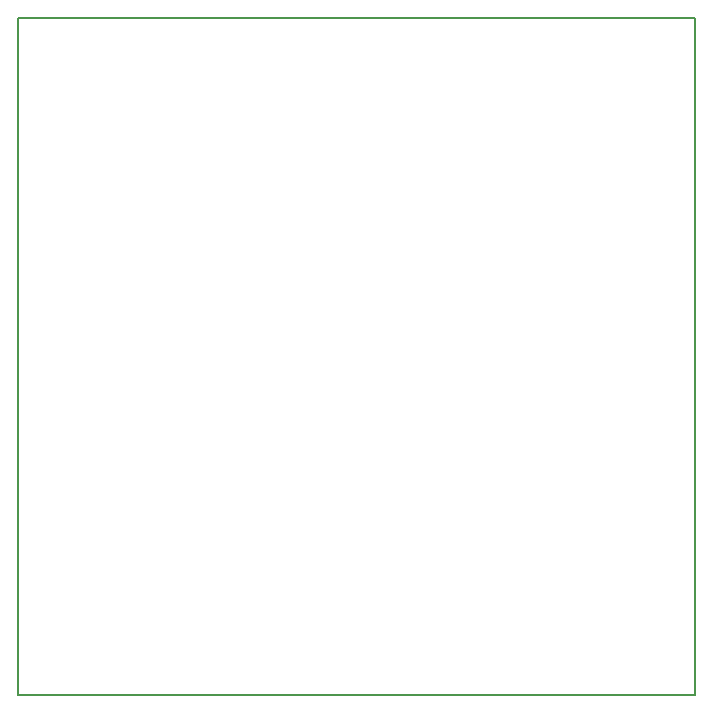
<source format=gm1>
G04 MADE WITH FRITZING*
G04 WWW.FRITZING.ORG*
G04 DOUBLE SIDED*
G04 HOLES PLATED*
G04 CONTOUR ON CENTER OF CONTOUR VECTOR*
%FSLAX26Y26*%
%MOIN*%
%ADD10R,2.263780X2.263780*%
%ADD11C,0.008000*%
%ADD10C,0.008*%
%G04CONTOUR*%
%FSLAX26Y26*%
%MOIN*%
D10*
D11*
X4000Y2259780D02*
X2259780Y2259780D01*
X2259780Y4000D01*
X4000Y4000D01*
X4000Y2259780D01*
D02*
G04 End of contour*
M02*
</source>
